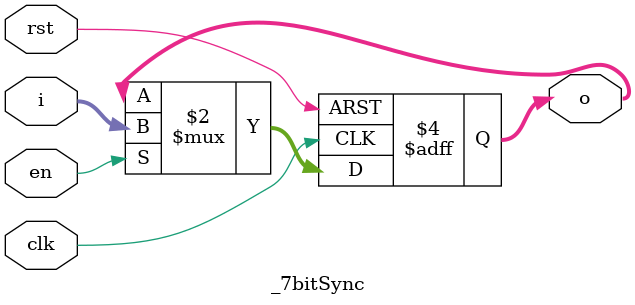
<source format=v>

module _7bitSync(
  input wire clk, rst, en,
  input wire [6:0] i,
  output reg [6:0] o
);
  always @(posedge clk, posedge rst)
    begin
      if (rst)
        o <= 7'b0000_000;
      else if (en)
        o <= i;
    end

endmodule
</source>
